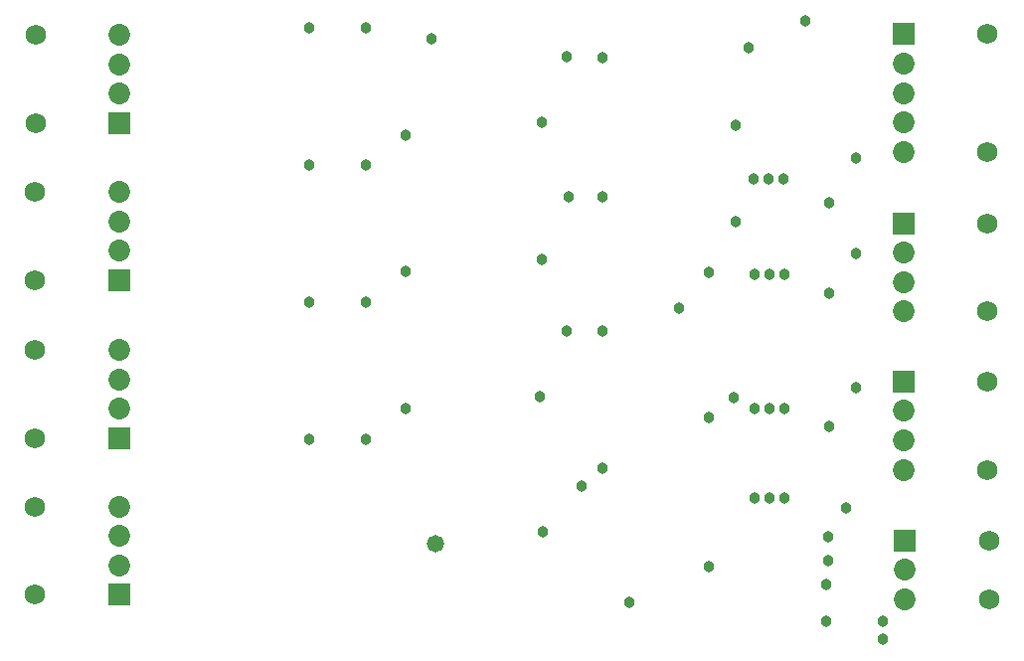
<source format=gbr>
%TF.GenerationSoftware,Altium Limited,Altium Designer,23.2.1 (34)*%
G04 Layer_Color=16711935*
%FSLAX45Y45*%
%MOMM*%
%TF.SameCoordinates,D2495298-5ADA-4058-9D5E-391355C30085*%
%TF.FilePolarity,Negative*%
%TF.FileFunction,Soldermask,Bot*%
%TF.Part,Single*%
G01*
G75*
%TA.AperFunction,ComponentPad*%
%ADD38C,1.75240*%
%ADD39C,1.85240*%
%ADD40R,1.85240X1.85240*%
%TA.AperFunction,ViaPad*%
%ADD41C,0.96520*%
%ADD42C,1.47320*%
D38*
X11747500Y11115802D02*
D03*
Y12115800D02*
D03*
X3632200Y10019601D02*
D03*
Y10769600D02*
D03*
Y7340600D02*
D03*
Y8090599D02*
D03*
Y9423400D02*
D03*
Y8673401D02*
D03*
X11747500Y9753600D02*
D03*
Y10503598D02*
D03*
X3638100Y12107798D02*
D03*
Y11357800D02*
D03*
X11747500Y8406701D02*
D03*
Y9156700D02*
D03*
X11760200Y7302500D02*
D03*
Y7802499D02*
D03*
D39*
X11029500Y11115800D02*
D03*
Y11365800D02*
D03*
Y11615800D02*
D03*
Y11865800D02*
D03*
X4350200Y10269602D02*
D03*
Y10519602D02*
D03*
Y10769602D02*
D03*
Y7590600D02*
D03*
Y7840600D02*
D03*
Y8090600D02*
D03*
Y9423402D02*
D03*
Y9173402D02*
D03*
Y8923402D02*
D03*
X11029500Y9753598D02*
D03*
Y10003598D02*
D03*
Y10253598D02*
D03*
X4356100Y12107800D02*
D03*
Y11857800D02*
D03*
Y11607800D02*
D03*
X11029500Y8406700D02*
D03*
Y8656700D02*
D03*
Y8906700D02*
D03*
X11042200Y7302499D02*
D03*
Y7552499D02*
D03*
D40*
X11029500Y12115800D02*
D03*
X4350200Y10019601D02*
D03*
Y7340600D02*
D03*
Y8673401D02*
D03*
X11029500Y10503598D02*
D03*
X4356100Y11357800D02*
D03*
X11029500Y9156700D02*
D03*
X11042200Y7802499D02*
D03*
D41*
X8293100Y8267700D02*
D03*
X9372600Y7581900D02*
D03*
X6451600Y9829800D02*
D03*
X5969000D02*
D03*
X10629900Y11061700D02*
D03*
X10198100Y12230100D02*
D03*
X10858500Y7112000D02*
D03*
X7010400Y12077700D02*
D03*
X8166100Y9588500D02*
D03*
Y11925300D02*
D03*
X8178800Y10731500D02*
D03*
X9118600Y9779000D02*
D03*
X10401300Y10680700D02*
D03*
X7950200Y11366500D02*
D03*
X7962900Y7874000D02*
D03*
X7937500Y9029700D02*
D03*
X7950200Y10198100D02*
D03*
X6794500Y10096500D02*
D03*
Y11252200D02*
D03*
Y8928100D02*
D03*
X10401300Y8775700D02*
D03*
X9601200Y11341100D02*
D03*
X10401300Y9906000D02*
D03*
X9588500Y9017000D02*
D03*
X10541000Y8077200D02*
D03*
X10858500Y6959600D02*
D03*
X8699500Y7277100D02*
D03*
X10388600Y7632700D02*
D03*
X9715500Y12001500D02*
D03*
X9372600Y10083800D02*
D03*
X9601200Y10515600D02*
D03*
X5969000Y12166600D02*
D03*
Y10998200D02*
D03*
Y8661400D02*
D03*
X9372600Y8851900D02*
D03*
X10629900Y9105900D02*
D03*
Y10248900D02*
D03*
X6451600Y12166600D02*
D03*
Y10998200D02*
D03*
Y8661400D02*
D03*
X8470900Y11912600D02*
D03*
Y10731500D02*
D03*
Y9588500D02*
D03*
Y8420100D02*
D03*
X10375900Y7429500D02*
D03*
X10388600Y7835900D02*
D03*
X9753600Y10883900D02*
D03*
X10007600D02*
D03*
X9880600D02*
D03*
X9893300Y10071100D02*
D03*
X10020300D02*
D03*
X9766300D02*
D03*
X10020300Y8166100D02*
D03*
X9766300Y8928100D02*
D03*
X10020300D02*
D03*
X9893300D02*
D03*
Y8166100D02*
D03*
X9766300D02*
D03*
X10375900Y7112000D02*
D03*
D42*
X7048500Y7772400D02*
D03*
%TF.MD5,e2b15de200f686ad6f7765614150f856*%
M02*

</source>
